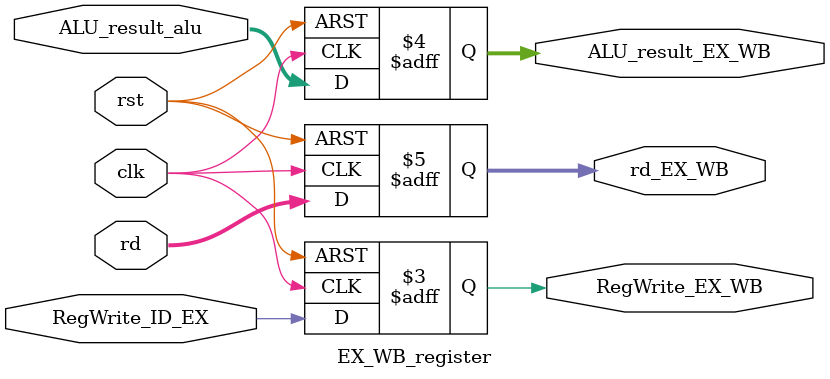
<source format=v>
`timescale 1ns / 1ps


module EX_WB_register(
    input RegWrite_ID_EX,
    input [7:0] ALU_result_alu,
    input [2:0] rd,
    output reg RegWrite_EX_WB,
    output reg [7:0] ALU_result_EX_WB,
    output reg [2:0] rd_EX_WB,
    input clk,
    input rst
    );
always@(posedge clk, negedge rst)
if(rst==0)
begin
    RegWrite_EX_WB = 0;
    ALU_result_EX_WB = 0;
    rd_EX_WB = 0;
end
else
begin
    RegWrite_EX_WB = RegWrite_ID_EX;
    ALU_result_EX_WB = ALU_result_alu;
    rd_EX_WB = rd;
end
endmodule

</source>
